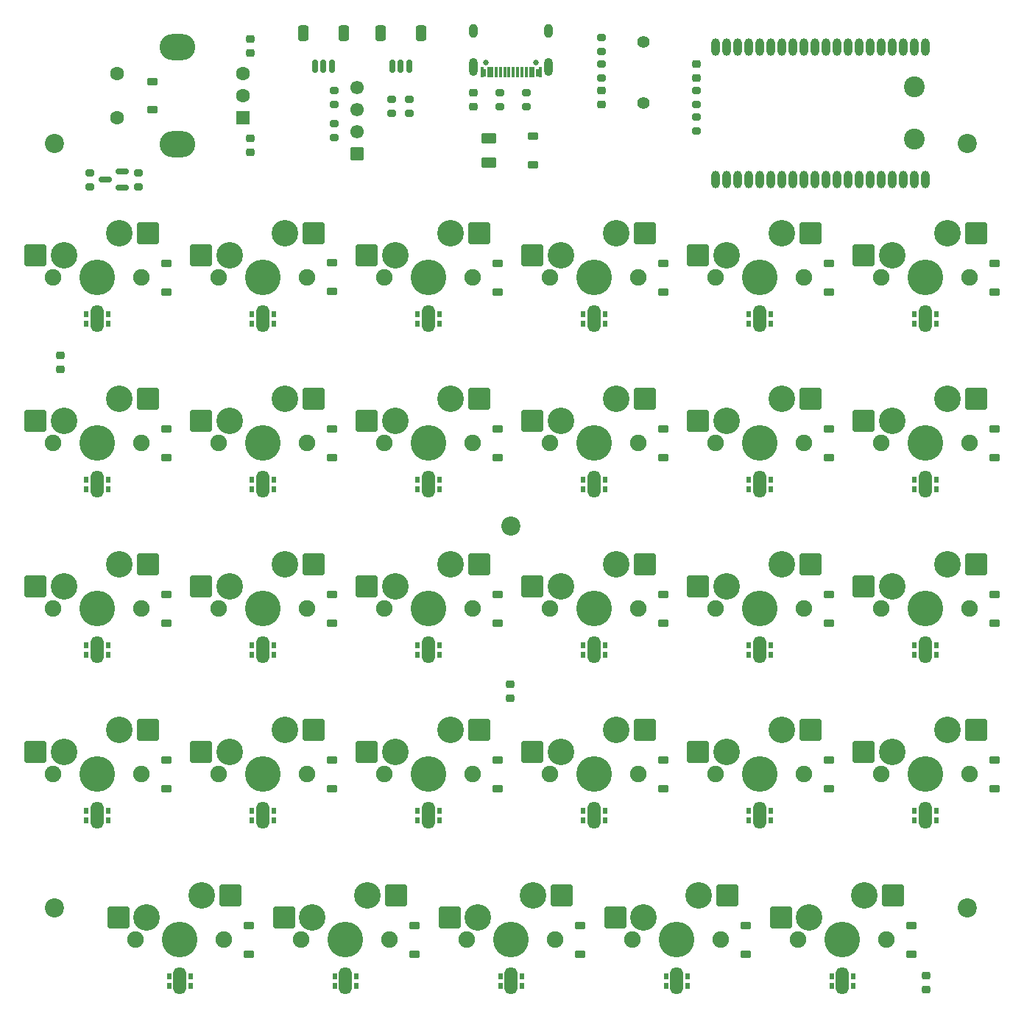
<source format=gbr>
%TF.GenerationSoftware,KiCad,Pcbnew,8.0.4*%
%TF.CreationDate,2024-09-16T13:50:06+09:00*%
%TF.ProjectId,yuiop29re,7975696f-7032-4397-9265-2e6b69636164,1*%
%TF.SameCoordinates,Original*%
%TF.FileFunction,Soldermask,Bot*%
%TF.FilePolarity,Negative*%
%FSLAX46Y46*%
G04 Gerber Fmt 4.6, Leading zero omitted, Abs format (unit mm)*
G04 Created by KiCad (PCBNEW 8.0.4) date 2024-09-16 13:50:06*
%MOMM*%
%LPD*%
G01*
G04 APERTURE LIST*
G04 Aperture macros list*
%AMRoundRect*
0 Rectangle with rounded corners*
0 $1 Rounding radius*
0 $2 $3 $4 $5 $6 $7 $8 $9 X,Y pos of 4 corners*
0 Add a 4 corners polygon primitive as box body*
4,1,4,$2,$3,$4,$5,$6,$7,$8,$9,$2,$3,0*
0 Add four circle primitives for the rounded corners*
1,1,$1+$1,$2,$3*
1,1,$1+$1,$4,$5*
1,1,$1+$1,$6,$7*
1,1,$1+$1,$8,$9*
0 Add four rect primitives between the rounded corners*
20,1,$1+$1,$2,$3,$4,$5,0*
20,1,$1+$1,$4,$5,$6,$7,0*
20,1,$1+$1,$6,$7,$8,$9,0*
20,1,$1+$1,$8,$9,$2,$3,0*%
G04 Aperture macros list end*
%ADD10O,1.500000X3.150000*%
%ADD11R,0.600000X0.700000*%
%ADD12RoundRect,0.225000X0.375000X-0.225000X0.375000X0.225000X-0.375000X0.225000X-0.375000X-0.225000X0*%
%ADD13C,1.900000*%
%ADD14C,3.050000*%
%ADD15C,4.100000*%
%ADD16C,1.000000*%
%ADD17RoundRect,0.250000X-1.025000X-1.000000X1.025000X-1.000000X1.025000X1.000000X-1.025000X1.000000X0*%
%ADD18C,2.400000*%
%ADD19O,1.000000X2.000000*%
%ADD20C,2.200000*%
%ADD21RoundRect,0.250000X0.550000X0.550000X-0.550000X0.550000X-0.550000X-0.550000X0.550000X-0.550000X0*%
%ADD22C,1.600000*%
%ADD23O,4.100000X3.000000*%
%ADD24RoundRect,0.250000X-0.525000X0.525000X-0.525000X-0.525000X0.525000X-0.525000X0.525000X0.525000X0*%
%ADD25C,1.550000*%
%ADD26C,1.400000*%
%ADD27RoundRect,0.225000X-0.375000X0.225000X-0.375000X-0.225000X0.375000X-0.225000X0.375000X0.225000X0*%
%ADD28RoundRect,0.200000X-0.275000X0.200000X-0.275000X-0.200000X0.275000X-0.200000X0.275000X0.200000X0*%
%ADD29RoundRect,0.150000X-0.150000X-0.625000X0.150000X-0.625000X0.150000X0.625000X-0.150000X0.625000X0*%
%ADD30RoundRect,0.250000X-0.350000X-0.650000X0.350000X-0.650000X0.350000X0.650000X-0.350000X0.650000X0*%
%ADD31RoundRect,0.225000X-0.250000X0.225000X-0.250000X-0.225000X0.250000X-0.225000X0.250000X0.225000X0*%
%ADD32RoundRect,0.150000X0.587500X0.150000X-0.587500X0.150000X-0.587500X-0.150000X0.587500X-0.150000X0*%
%ADD33RoundRect,0.225000X0.250000X-0.225000X0.250000X0.225000X-0.250000X0.225000X-0.250000X-0.225000X0*%
%ADD34RoundRect,0.200000X0.275000X-0.200000X0.275000X0.200000X-0.275000X0.200000X-0.275000X-0.200000X0*%
%ADD35RoundRect,0.250000X-0.625000X0.375000X-0.625000X-0.375000X0.625000X-0.375000X0.625000X0.375000X0*%
%ADD36C,0.650000*%
%ADD37R,0.300000X1.150000*%
%ADD38R,0.300000X0.950000*%
%ADD39O,1.000000X1.600000*%
%ADD40O,1.000000X2.100000*%
G04 APERTURE END LIST*
D10*
%TO.C,LED21*%
X159525000Y-133337500D03*
D11*
X158275000Y-132787500D03*
X158275000Y-133887500D03*
X160775000Y-133887500D03*
X160775000Y-132787500D03*
%TD*%
D12*
%TO.C,D13*%
X110312500Y-111175000D03*
X110312500Y-107875000D03*
%TD*%
D13*
%TO.C,KSW12*%
X192545000Y-90475000D03*
D14*
X193815000Y-87935000D03*
D15*
X197625000Y-90475000D03*
D14*
X200165000Y-85395000D03*
D13*
X202705000Y-90475000D03*
D16*
X190540000Y-87935000D03*
D17*
X190540000Y-87935000D03*
D16*
X203467000Y-85395000D03*
D17*
X203467000Y-85395000D03*
%TD*%
D12*
%TO.C,D8*%
X129362500Y-92125000D03*
X129362500Y-88825000D03*
%TD*%
%TO.C,D26*%
X138887500Y-149275000D03*
X138887500Y-145975000D03*
%TD*%
D10*
%TO.C,LED7*%
X197625000Y-95237500D03*
D11*
X196375000Y-94687500D03*
X196375000Y-95787500D03*
X198875000Y-95787500D03*
X198875000Y-94687500D03*
%TD*%
D10*
%TO.C,LED16*%
X159525000Y-114287500D03*
D11*
X160775000Y-114837500D03*
X160775000Y-113737500D03*
X158275000Y-113737500D03*
X158275000Y-114837500D03*
%TD*%
D10*
%TO.C,LED20*%
X178575000Y-133337500D03*
D11*
X177325000Y-132787500D03*
X177325000Y-133887500D03*
X179825000Y-133887500D03*
X179825000Y-132787500D03*
%TD*%
D10*
%TO.C,LED27*%
X150000000Y-152387500D03*
D11*
X151250000Y-152937500D03*
X151250000Y-151837500D03*
X148750000Y-151837500D03*
X148750000Y-152937500D03*
%TD*%
D10*
%TO.C,LED1*%
X102375000Y-76187500D03*
D11*
X103625000Y-76737500D03*
X103625000Y-75637500D03*
X101125000Y-75637500D03*
X101125000Y-76737500D03*
%TD*%
D12*
%TO.C,D21*%
X148412500Y-130225000D03*
X148412500Y-126925000D03*
%TD*%
D18*
%TO.C,U1*%
X196355000Y-55502000D03*
X196355000Y-49502000D03*
D19*
X173495000Y-60122000D03*
X174765000Y-60122000D03*
X176035000Y-60122000D03*
X177305000Y-60122000D03*
X178575000Y-60122000D03*
X179845000Y-60122000D03*
X181115000Y-60122000D03*
X182385000Y-60122000D03*
X183655000Y-60122000D03*
X184925000Y-60122000D03*
X186195000Y-60122000D03*
X187465000Y-60122000D03*
X188735000Y-60122000D03*
X190005000Y-60122000D03*
X191275000Y-60122000D03*
X192545000Y-60122000D03*
X193815000Y-60122000D03*
X195085000Y-60122000D03*
X196355000Y-60122000D03*
X197625000Y-60122000D03*
X197625000Y-44882000D03*
X196355000Y-44882000D03*
X195085000Y-44882000D03*
X193815000Y-44882000D03*
X192545000Y-44882000D03*
X191275000Y-44882000D03*
X190005000Y-44882000D03*
X188735000Y-44882000D03*
X187465000Y-44882000D03*
X186195000Y-44882000D03*
X184925000Y-44882000D03*
X183655000Y-44882000D03*
X182385000Y-44882000D03*
X181115000Y-44882000D03*
X179845000Y-44882000D03*
X178575000Y-44882000D03*
X177305000Y-44882000D03*
X176035000Y-44882000D03*
X174765000Y-44882000D03*
X173495000Y-44882000D03*
%TD*%
D12*
%TO.C,D11*%
X186512500Y-92125000D03*
X186512500Y-88825000D03*
%TD*%
D10*
%TO.C,LED29*%
X188100000Y-152387500D03*
D11*
X189350000Y-152937500D03*
X189350000Y-151837500D03*
X186850000Y-151837500D03*
X186850000Y-152937500D03*
%TD*%
D10*
%TO.C,LED3*%
X140475000Y-76187500D03*
D11*
X141725000Y-76737500D03*
X141725000Y-75637500D03*
X139225000Y-75637500D03*
X139225000Y-76737500D03*
%TD*%
D13*
%TO.C,KSW21*%
X135395000Y-128575000D03*
D14*
X136665000Y-126035000D03*
D15*
X140475000Y-128575000D03*
D14*
X143015000Y-123495000D03*
D13*
X145555000Y-128575000D03*
D16*
X133390000Y-126035000D03*
D17*
X133390000Y-126035000D03*
D16*
X146317000Y-123495000D03*
D17*
X146317000Y-123495000D03*
%TD*%
D12*
%TO.C,D9*%
X148412500Y-92125000D03*
X148412500Y-88825000D03*
%TD*%
%TO.C,D22*%
X167462500Y-130225000D03*
X167462500Y-126925000D03*
%TD*%
D10*
%TO.C,LED15*%
X140475000Y-114287500D03*
D11*
X141725000Y-114837500D03*
X141725000Y-113737500D03*
X139225000Y-113737500D03*
X139225000Y-114837500D03*
%TD*%
D12*
%TO.C,D5*%
X186512500Y-73075000D03*
X186512500Y-69775000D03*
%TD*%
D10*
%TO.C,LED6*%
X197625000Y-76187500D03*
D11*
X198875000Y-76737500D03*
X198875000Y-75637500D03*
X196375000Y-75637500D03*
X196375000Y-76737500D03*
%TD*%
D13*
%TO.C,KSW16*%
X154445000Y-109525000D03*
D14*
X155715000Y-106985000D03*
D15*
X159525000Y-109525000D03*
D14*
X162065000Y-104445000D03*
D13*
X164605000Y-109525000D03*
D16*
X152440000Y-106985000D03*
D17*
X152440000Y-106985000D03*
D16*
X165367000Y-104445000D03*
D17*
X165367000Y-104445000D03*
%TD*%
D13*
%TO.C,KSW11*%
X173495000Y-90475000D03*
D14*
X174765000Y-87935000D03*
D15*
X178575000Y-90475000D03*
D14*
X181115000Y-85395000D03*
D13*
X183655000Y-90475000D03*
D16*
X171490000Y-87935000D03*
D17*
X171490000Y-87935000D03*
D16*
X184417000Y-85395000D03*
D17*
X184417000Y-85395000D03*
%TD*%
D12*
%TO.C,D6*%
X205562500Y-73075000D03*
X205562500Y-69775000D03*
%TD*%
D13*
%TO.C,KSW15*%
X135395000Y-109525000D03*
D14*
X136665000Y-106985000D03*
D15*
X140475000Y-109525000D03*
D14*
X143015000Y-104445000D03*
D13*
X145555000Y-109525000D03*
D16*
X133390000Y-106985000D03*
D17*
X133390000Y-106985000D03*
D16*
X146317000Y-104445000D03*
D17*
X146317000Y-104445000D03*
%TD*%
D12*
%TO.C,D14*%
X129362500Y-111175000D03*
X129362500Y-107875000D03*
%TD*%
%TO.C,D7*%
X110312500Y-92125000D03*
X110312500Y-88825000D03*
%TD*%
%TO.C,D27*%
X157937500Y-149275000D03*
X157937500Y-145975000D03*
%TD*%
%TO.C,D10*%
X167462500Y-92125000D03*
X167462500Y-88825000D03*
%TD*%
D13*
%TO.C,KSW9*%
X135395000Y-90475000D03*
D14*
X136665000Y-87935000D03*
D15*
X140475000Y-90475000D03*
D14*
X143015000Y-85395000D03*
D13*
X145555000Y-90475000D03*
D16*
X133390000Y-87935000D03*
D17*
X133390000Y-87935000D03*
D16*
X146317000Y-85395000D03*
D17*
X146317000Y-85395000D03*
%TD*%
D10*
%TO.C,LED13*%
X102375000Y-114287500D03*
D11*
X103625000Y-114837500D03*
X103625000Y-113737500D03*
X101125000Y-113737500D03*
X101125000Y-114837500D03*
%TD*%
D13*
%TO.C,KSW18*%
X192545000Y-109525000D03*
D14*
X193815000Y-106985000D03*
D15*
X197625000Y-109525000D03*
D14*
X200165000Y-104445000D03*
D13*
X202705000Y-109525000D03*
D16*
X190540000Y-106985000D03*
D17*
X190540000Y-106985000D03*
D16*
X203467000Y-104445000D03*
D17*
X203467000Y-104445000D03*
%TD*%
D10*
%TO.C,LED26*%
X130950000Y-152387500D03*
D11*
X132200000Y-152937500D03*
X132200000Y-151837500D03*
X129700000Y-151837500D03*
X129700000Y-152937500D03*
%TD*%
D13*
%TO.C,KSW1*%
X97295000Y-71425000D03*
D14*
X98565000Y-68885000D03*
D15*
X102375000Y-71425000D03*
D14*
X104915000Y-66345000D03*
D13*
X107455000Y-71425000D03*
D16*
X95290000Y-68885000D03*
D17*
X95290000Y-68885000D03*
D16*
X108217000Y-66345000D03*
D17*
X108217000Y-66345000D03*
%TD*%
D10*
%TO.C,LED11*%
X121425000Y-95237500D03*
D11*
X120175000Y-94687500D03*
X120175000Y-95787500D03*
X122675000Y-95787500D03*
X122675000Y-94687500D03*
%TD*%
D12*
%TO.C,D3*%
X148412500Y-73075000D03*
X148412500Y-69775000D03*
%TD*%
D20*
%TO.C,H1*%
X97500000Y-56000000D03*
%TD*%
D12*
%TO.C,D18*%
X205562500Y-111175000D03*
X205562500Y-107875000D03*
%TD*%
D13*
%TO.C,KSW27*%
X144920000Y-147625000D03*
D14*
X146190000Y-145085000D03*
D15*
X150000000Y-147625000D03*
D14*
X152540000Y-142545000D03*
D13*
X155080000Y-147625000D03*
D16*
X142915000Y-145085000D03*
D17*
X142915000Y-145085000D03*
D16*
X155842000Y-142545000D03*
D17*
X155842000Y-142545000D03*
%TD*%
D12*
%TO.C,D28*%
X176987500Y-149275000D03*
X176987500Y-145975000D03*
%TD*%
%TO.C,D25*%
X119837500Y-149275000D03*
X119837500Y-145975000D03*
%TD*%
D10*
%TO.C,LED23*%
X121425000Y-133337500D03*
D11*
X120175000Y-132787500D03*
X120175000Y-133887500D03*
X122675000Y-133887500D03*
X122675000Y-132787500D03*
%TD*%
D10*
%TO.C,LED14*%
X121425000Y-114287500D03*
D11*
X122675000Y-114837500D03*
X122675000Y-113737500D03*
X120175000Y-113737500D03*
X120175000Y-114837500D03*
%TD*%
D10*
%TO.C,LED28*%
X169050000Y-152387500D03*
D11*
X170300000Y-152937500D03*
X170300000Y-151837500D03*
X167800000Y-151837500D03*
X167800000Y-152937500D03*
%TD*%
D12*
%TO.C,D29*%
X196037500Y-149275000D03*
X196037500Y-145975000D03*
%TD*%
D13*
%TO.C,KSW24*%
X192545000Y-128575000D03*
D14*
X193815000Y-126035000D03*
D15*
X197625000Y-128575000D03*
D14*
X200165000Y-123495000D03*
D13*
X202705000Y-128575000D03*
D16*
X190540000Y-126035000D03*
D17*
X190540000Y-126035000D03*
D16*
X203467000Y-123495000D03*
D17*
X203467000Y-123495000D03*
%TD*%
D10*
%TO.C,LED10*%
X140475000Y-95237500D03*
D11*
X139225000Y-94687500D03*
X139225000Y-95787500D03*
X141725000Y-95787500D03*
X141725000Y-94687500D03*
%TD*%
D12*
%TO.C,D16*%
X167462500Y-111175000D03*
X167462500Y-107875000D03*
%TD*%
%TO.C,D15*%
X148412500Y-111175000D03*
X148412500Y-107875000D03*
%TD*%
%TO.C,D12*%
X205562500Y-92125000D03*
X205562500Y-88825000D03*
%TD*%
D20*
%TO.C,H2*%
X202500000Y-56000000D03*
%TD*%
D13*
%TO.C,KSW28*%
X163970000Y-147625000D03*
D14*
X165240000Y-145085000D03*
D15*
X169050000Y-147625000D03*
D14*
X171590000Y-142545000D03*
D13*
X174130000Y-147625000D03*
D16*
X161965000Y-145085000D03*
D17*
X161965000Y-145085000D03*
D16*
X174892000Y-142545000D03*
D17*
X174892000Y-142545000D03*
%TD*%
D12*
%TO.C,D24*%
X205562500Y-130225000D03*
X205562500Y-126925000D03*
%TD*%
D13*
%TO.C,KSW25*%
X106820000Y-147625000D03*
D14*
X108090000Y-145085000D03*
D15*
X111900000Y-147625000D03*
D14*
X114440000Y-142545000D03*
D13*
X116980000Y-147625000D03*
D16*
X104815000Y-145085000D03*
D17*
X104815000Y-145085000D03*
D16*
X117742000Y-142545000D03*
D17*
X117742000Y-142545000D03*
%TD*%
D20*
%TO.C,H5*%
X150000000Y-100000000D03*
%TD*%
D21*
%TO.C,RE1*%
X119150000Y-53000000D03*
D22*
X119150000Y-48000000D03*
X119150000Y-50500000D03*
X104650000Y-53000000D03*
X104650000Y-48000000D03*
D23*
X111650000Y-56100000D03*
X111650000Y-44900000D03*
%TD*%
D13*
%TO.C,KSW10*%
X154445000Y-90475000D03*
D14*
X155715000Y-87935000D03*
D15*
X159525000Y-90475000D03*
D14*
X162065000Y-85395000D03*
D13*
X164605000Y-90475000D03*
D16*
X152440000Y-87935000D03*
D17*
X152440000Y-87935000D03*
D16*
X165367000Y-85395000D03*
D17*
X165367000Y-85395000D03*
%TD*%
D13*
%TO.C,KSW19*%
X97295000Y-128575000D03*
D14*
X98565000Y-126035000D03*
D15*
X102375000Y-128575000D03*
D14*
X104915000Y-123495000D03*
D13*
X107455000Y-128575000D03*
D16*
X95290000Y-126035000D03*
D17*
X95290000Y-126035000D03*
D16*
X108217000Y-123495000D03*
D17*
X108217000Y-123495000D03*
%TD*%
D10*
%TO.C,LED2*%
X121425000Y-76187500D03*
D11*
X122675000Y-76737500D03*
X122675000Y-75637500D03*
X120175000Y-75637500D03*
X120175000Y-76737500D03*
%TD*%
D10*
%TO.C,LED17*%
X178575000Y-114287500D03*
D11*
X179825000Y-114837500D03*
X179825000Y-113737500D03*
X177325000Y-113737500D03*
X177325000Y-114837500D03*
%TD*%
D10*
%TO.C,LED25*%
X111900000Y-152387500D03*
D11*
X113150000Y-152937500D03*
X113150000Y-151837500D03*
X110650000Y-151837500D03*
X110650000Y-152937500D03*
%TD*%
D13*
%TO.C,KSW4*%
X154445000Y-71425000D03*
D14*
X155715000Y-68885000D03*
D15*
X159525000Y-71425000D03*
D14*
X162065000Y-66345000D03*
D13*
X164605000Y-71425000D03*
D16*
X152440000Y-68885000D03*
D17*
X152440000Y-68885000D03*
D16*
X165367000Y-66345000D03*
D17*
X165367000Y-66345000D03*
%TD*%
D13*
%TO.C,KSW22*%
X154445000Y-128575000D03*
D14*
X155715000Y-126035000D03*
D15*
X159525000Y-128575000D03*
D14*
X162065000Y-123495000D03*
D13*
X164605000Y-128575000D03*
D16*
X152440000Y-126035000D03*
D17*
X152440000Y-126035000D03*
D16*
X165367000Y-123495000D03*
D17*
X165367000Y-123495000D03*
%TD*%
D13*
%TO.C,KSW14*%
X116345000Y-109525000D03*
D14*
X117615000Y-106985000D03*
D15*
X121425000Y-109525000D03*
D14*
X123965000Y-104445000D03*
D13*
X126505000Y-109525000D03*
D16*
X114340000Y-106985000D03*
D17*
X114340000Y-106985000D03*
D16*
X127267000Y-104445000D03*
D17*
X127267000Y-104445000D03*
%TD*%
D20*
%TO.C,H3*%
X97500000Y-144000000D03*
%TD*%
D13*
%TO.C,KSW20*%
X116345000Y-128575000D03*
D14*
X117615000Y-126035000D03*
D15*
X121425000Y-128575000D03*
D14*
X123965000Y-123495000D03*
D13*
X126505000Y-128575000D03*
D16*
X114340000Y-126035000D03*
D17*
X114340000Y-126035000D03*
D16*
X127267000Y-123495000D03*
D17*
X127267000Y-123495000D03*
%TD*%
D10*
%TO.C,LED19*%
X197625000Y-133337500D03*
D11*
X196375000Y-132787500D03*
X196375000Y-133887500D03*
X198875000Y-133887500D03*
X198875000Y-132787500D03*
%TD*%
D24*
%TO.C,J2*%
X132300000Y-57185000D03*
D25*
X132300000Y-52105000D03*
X132300000Y-49565000D03*
X132300000Y-54645000D03*
%TD*%
D10*
%TO.C,LED18*%
X197625000Y-114287500D03*
D11*
X198875000Y-114837500D03*
X198875000Y-113737500D03*
X196375000Y-113737500D03*
X196375000Y-114837500D03*
%TD*%
D12*
%TO.C,D17*%
X186512500Y-111175000D03*
X186512500Y-107875000D03*
%TD*%
D13*
%TO.C,KSW13*%
X97295000Y-109525000D03*
D14*
X98565000Y-106985000D03*
D15*
X102375000Y-109525000D03*
D14*
X104915000Y-104445000D03*
D13*
X107455000Y-109525000D03*
D16*
X95290000Y-106985000D03*
D17*
X95290000Y-106985000D03*
D16*
X108217000Y-104445000D03*
D17*
X108217000Y-104445000D03*
%TD*%
D12*
%TO.C,D4*%
X167462500Y-73075000D03*
X167462500Y-69775000D03*
%TD*%
D13*
%TO.C,KSW23*%
X173495000Y-128575000D03*
D14*
X174765000Y-126035000D03*
D15*
X178575000Y-128575000D03*
D14*
X181115000Y-123495000D03*
D13*
X183655000Y-128575000D03*
D16*
X171490000Y-126035000D03*
D17*
X171490000Y-126035000D03*
D16*
X184417000Y-123495000D03*
D17*
X184417000Y-123495000D03*
%TD*%
D12*
%TO.C,D19*%
X110312500Y-130225000D03*
X110312500Y-126925000D03*
%TD*%
%TO.C,D20*%
X129362500Y-130225000D03*
X129362500Y-126925000D03*
%TD*%
D13*
%TO.C,KSW29*%
X183020000Y-147625000D03*
D14*
X184290000Y-145085000D03*
D15*
X188100000Y-147625000D03*
D14*
X190640000Y-142545000D03*
D13*
X193180000Y-147625000D03*
D16*
X181015000Y-145085000D03*
D17*
X181015000Y-145085000D03*
D16*
X193942000Y-142545000D03*
D17*
X193942000Y-142545000D03*
%TD*%
D13*
%TO.C,KSW6*%
X192545000Y-71425000D03*
D14*
X193815000Y-68885000D03*
D15*
X197625000Y-71425000D03*
D14*
X200165000Y-66345000D03*
D13*
X202705000Y-71425000D03*
D16*
X190540000Y-68885000D03*
D17*
X190540000Y-68885000D03*
D16*
X203467000Y-66345000D03*
D17*
X203467000Y-66345000D03*
%TD*%
D12*
%TO.C,D30*%
X108725000Y-52150000D03*
X108725000Y-48850000D03*
%TD*%
D10*
%TO.C,LED8*%
X178575000Y-95237500D03*
D11*
X177325000Y-94687500D03*
X177325000Y-95787500D03*
X179825000Y-95787500D03*
X179825000Y-94687500D03*
%TD*%
D10*
%TO.C,LED12*%
X102375000Y-95237500D03*
D11*
X101125000Y-94687500D03*
X101125000Y-95787500D03*
X103625000Y-95787500D03*
X103625000Y-94687500D03*
%TD*%
D13*
%TO.C,KSW2*%
X116345000Y-71425000D03*
D14*
X117615000Y-68885000D03*
D15*
X121425000Y-71425000D03*
D14*
X123965000Y-66345000D03*
D13*
X126505000Y-71425000D03*
D16*
X114340000Y-68885000D03*
D17*
X114340000Y-68885000D03*
D16*
X127267000Y-66345000D03*
D17*
X127267000Y-66345000D03*
%TD*%
D13*
%TO.C,KSW3*%
X135395000Y-71425000D03*
D14*
X136665000Y-68885000D03*
D15*
X140475000Y-71425000D03*
D14*
X143015000Y-66345000D03*
D13*
X145555000Y-71425000D03*
D16*
X133390000Y-68885000D03*
D17*
X133390000Y-68885000D03*
D16*
X146317000Y-66345000D03*
D17*
X146317000Y-66345000D03*
%TD*%
D10*
%TO.C,LED4*%
X159525000Y-76187500D03*
D11*
X160775000Y-76737500D03*
X160775000Y-75637500D03*
X158275000Y-75637500D03*
X158275000Y-76737500D03*
%TD*%
D13*
%TO.C,KSW17*%
X173495000Y-109525000D03*
D14*
X174765000Y-106985000D03*
D15*
X178575000Y-109525000D03*
D14*
X181115000Y-104445000D03*
D13*
X183655000Y-109525000D03*
D16*
X171490000Y-106985000D03*
D17*
X171490000Y-106985000D03*
D16*
X184417000Y-104445000D03*
D17*
X184417000Y-104445000D03*
%TD*%
D13*
%TO.C,KSW7*%
X97295000Y-90475000D03*
D14*
X98565000Y-87935000D03*
D15*
X102375000Y-90475000D03*
D14*
X104915000Y-85395000D03*
D13*
X107455000Y-90475000D03*
D16*
X95290000Y-87935000D03*
D17*
X95290000Y-87935000D03*
D16*
X108217000Y-85395000D03*
D17*
X108217000Y-85395000D03*
%TD*%
D10*
%TO.C,LED5*%
X178575000Y-76187500D03*
D11*
X179825000Y-76737500D03*
X179825000Y-75637500D03*
X177325000Y-75637500D03*
X177325000Y-76737500D03*
%TD*%
D10*
%TO.C,LED9*%
X159525000Y-95237500D03*
D11*
X158275000Y-94687500D03*
X158275000Y-95787500D03*
X160775000Y-95787500D03*
X160775000Y-94687500D03*
%TD*%
D20*
%TO.C,H4*%
X202500000Y-144000000D03*
%TD*%
D12*
%TO.C,D1*%
X110312500Y-73075000D03*
X110312500Y-69775000D03*
%TD*%
D13*
%TO.C,KSW5*%
X173495000Y-71425000D03*
D14*
X174765000Y-68885000D03*
D15*
X178575000Y-71425000D03*
D14*
X181115000Y-66345000D03*
D13*
X183655000Y-71425000D03*
D16*
X171490000Y-68885000D03*
D17*
X171490000Y-68885000D03*
D16*
X184417000Y-66345000D03*
D17*
X184417000Y-66345000D03*
%TD*%
D12*
%TO.C,D23*%
X186512500Y-130225000D03*
X186512500Y-126925000D03*
%TD*%
D13*
%TO.C,KSW26*%
X125870000Y-147625000D03*
D14*
X127140000Y-145085000D03*
D15*
X130950000Y-147625000D03*
D14*
X133490000Y-142545000D03*
D13*
X136030000Y-147625000D03*
D16*
X123865000Y-145085000D03*
D17*
X123865000Y-145085000D03*
D16*
X136792000Y-142545000D03*
D17*
X136792000Y-142545000D03*
%TD*%
D13*
%TO.C,KSW8*%
X116345000Y-90475000D03*
D14*
X117615000Y-87935000D03*
D15*
X121425000Y-90475000D03*
D14*
X123965000Y-85395000D03*
D13*
X126505000Y-90475000D03*
D16*
X114340000Y-87935000D03*
D17*
X114340000Y-87935000D03*
D16*
X127267000Y-85395000D03*
D17*
X127267000Y-85395000D03*
%TD*%
D10*
%TO.C,LED24*%
X102375000Y-133337500D03*
D11*
X101125000Y-132787500D03*
X101125000Y-133887500D03*
X103625000Y-133887500D03*
X103625000Y-132787500D03*
%TD*%
D10*
%TO.C,LED22*%
X140475000Y-133337500D03*
D11*
X139225000Y-132787500D03*
X139225000Y-133887500D03*
X141725000Y-133887500D03*
X141725000Y-132787500D03*
%TD*%
D12*
%TO.C,D2*%
X129362500Y-73012500D03*
X129362500Y-69712500D03*
%TD*%
D26*
%TO.C,J3*%
X165240000Y-51316000D03*
X165240000Y-44316000D03*
%TD*%
D27*
%TO.C,DS1*%
X152540000Y-55170000D03*
X152540000Y-58470000D03*
%TD*%
D28*
%TO.C,R11*%
X136284000Y-50915000D03*
X136284000Y-52565000D03*
%TD*%
D29*
%TO.C,J5*%
X127410000Y-47136000D03*
X128410000Y-47136000D03*
X129410000Y-47136000D03*
D30*
X126110000Y-43261000D03*
X130710000Y-43261000D03*
%TD*%
D28*
%TO.C,R5*%
X107100000Y-59350000D03*
X107100000Y-61000000D03*
%TD*%
D31*
%TO.C,C1*%
X145682000Y-50203000D03*
X145682000Y-51753000D03*
%TD*%
D29*
%TO.C,J4*%
X136300000Y-47136000D03*
X137300000Y-47136000D03*
X138300000Y-47136000D03*
D30*
X135000000Y-43261000D03*
X139600000Y-43261000D03*
%TD*%
D32*
%TO.C,Q1*%
X105228125Y-59225000D03*
X105228125Y-61125000D03*
X103353125Y-60175000D03*
%TD*%
D33*
%TO.C,C8*%
X120028000Y-45560000D03*
X120028000Y-44010000D03*
%TD*%
D28*
%TO.C,R1*%
X148730000Y-50153000D03*
X148730000Y-51803000D03*
%TD*%
D33*
%TO.C,C6*%
X160414000Y-51499000D03*
X160414000Y-49949000D03*
%TD*%
D28*
%TO.C,R3*%
X171336000Y-49899000D03*
X171336000Y-51549000D03*
%TD*%
%TO.C,R4*%
X171336000Y-52947000D03*
X171336000Y-54597000D03*
%TD*%
D31*
%TO.C,C3*%
X98184000Y-80429000D03*
X98184000Y-81979000D03*
%TD*%
D34*
%TO.C,R10*%
X160414000Y-48501000D03*
X160414000Y-46851000D03*
%TD*%
D28*
%TO.C,R7*%
X129680000Y-53709000D03*
X129680000Y-55359000D03*
%TD*%
D35*
%TO.C,F1*%
X147460000Y-55420000D03*
X147460000Y-58220000D03*
%TD*%
D34*
%TO.C,R9*%
X160414000Y-45453000D03*
X160414000Y-43803000D03*
%TD*%
D33*
%TO.C,C2*%
X171336000Y-48451000D03*
X171336000Y-46901000D03*
%TD*%
%TO.C,C5*%
X197752000Y-153353000D03*
X197752000Y-151803000D03*
%TD*%
D28*
%TO.C,R8*%
X129680000Y-49899000D03*
X129680000Y-51549000D03*
%TD*%
D31*
%TO.C,C4*%
X149873000Y-118275000D03*
X149873000Y-119825000D03*
%TD*%
D28*
%TO.C,R6*%
X101500000Y-59350000D03*
X101500000Y-61000000D03*
%TD*%
%TO.C,R12*%
X138316000Y-50915000D03*
X138316000Y-52565000D03*
%TD*%
D36*
%TO.C,J1*%
X147110000Y-46725000D03*
X152890000Y-46725000D03*
D37*
X146650000Y-47790000D03*
X147450000Y-47790000D03*
X148750000Y-47790000D03*
X149750000Y-47790000D03*
X150250000Y-47790000D03*
X151250000Y-47790000D03*
X152550000Y-47790000D03*
X153350000Y-47790000D03*
D38*
X153050000Y-47890000D03*
D37*
X152250000Y-47790000D03*
X151750000Y-47790000D03*
X150750000Y-47790000D03*
X149250000Y-47790000D03*
X148250000Y-47790000D03*
X147750000Y-47790000D03*
D38*
X146950000Y-47890000D03*
D39*
X145680000Y-43045000D03*
D40*
X145680000Y-47225000D03*
D39*
X154320000Y-43045000D03*
D40*
X154320000Y-47225000D03*
%TD*%
D31*
%TO.C,C7*%
X120028000Y-55440000D03*
X120028000Y-56990000D03*
%TD*%
D28*
%TO.C,R2*%
X151778000Y-50153000D03*
X151778000Y-51803000D03*
%TD*%
M02*

</source>
